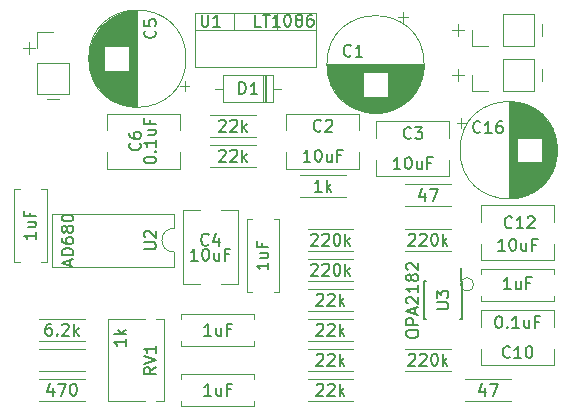
<source format=gbr>
G04 #@! TF.GenerationSoftware,KiCad,Pcbnew,(5.1.5)-3*
G04 #@! TF.CreationDate,2021-03-29T22:58:55-05:00*
G04 #@! TF.ProjectId,Sable_Bias_Voltage,5361626c-655f-4426-9961-735f566f6c74,rev?*
G04 #@! TF.SameCoordinates,Original*
G04 #@! TF.FileFunction,Legend,Top*
G04 #@! TF.FilePolarity,Positive*
%FSLAX46Y46*%
G04 Gerber Fmt 4.6, Leading zero omitted, Abs format (unit mm)*
G04 Created by KiCad (PCBNEW (5.1.5)-3) date 2021-03-29 22:58:55*
%MOMM*%
%LPD*%
G04 APERTURE LIST*
%ADD10C,0.120000*%
%ADD11C,0.150000*%
G04 APERTURE END LIST*
D10*
X168969961Y-109160039D02*
G75*
G03X168969961Y-109160039I-567961J0D01*
G01*
X130810000Y-89154000D02*
X131826000Y-89154000D01*
X131318000Y-88646000D02*
X131318000Y-89662000D01*
X132842000Y-93472000D02*
X133858000Y-93472000D01*
X174752000Y-90932000D02*
X174752000Y-91948000D01*
X174752000Y-87122000D02*
X174752000Y-88138000D01*
X167132000Y-91440000D02*
X168148000Y-91440000D01*
X167640000Y-90932000D02*
X167640000Y-91948000D01*
X167132000Y-87630000D02*
X168148000Y-87630000D01*
X167640000Y-87122000D02*
X167640000Y-88138000D01*
D11*
X167995000Y-108865000D02*
X167870000Y-108865000D01*
X167995000Y-112115000D02*
X167770000Y-112115000D01*
X164745000Y-112115000D02*
X164970000Y-112115000D01*
X164745000Y-108865000D02*
X164970000Y-108865000D01*
X167995000Y-108865000D02*
X167995000Y-112115000D01*
X164745000Y-108865000D02*
X164745000Y-112115000D01*
X167870000Y-108865000D02*
X167870000Y-107790000D01*
D10*
X163370000Y-86513302D02*
X162570000Y-86513302D01*
X162970000Y-86113302D02*
X162970000Y-86913302D01*
X161188000Y-94604000D02*
X160122000Y-94604000D01*
X161423000Y-94564000D02*
X159887000Y-94564000D01*
X161603000Y-94524000D02*
X159707000Y-94524000D01*
X161753000Y-94484000D02*
X159557000Y-94484000D01*
X161884000Y-94444000D02*
X159426000Y-94444000D01*
X162001000Y-94404000D02*
X159309000Y-94404000D01*
X162108000Y-94364000D02*
X159202000Y-94364000D01*
X162207000Y-94324000D02*
X159103000Y-94324000D01*
X162300000Y-94284000D02*
X159010000Y-94284000D01*
X162386000Y-94244000D02*
X158924000Y-94244000D01*
X162468000Y-94204000D02*
X158842000Y-94204000D01*
X162545000Y-94164000D02*
X158765000Y-94164000D01*
X162619000Y-94124000D02*
X158691000Y-94124000D01*
X162689000Y-94084000D02*
X158621000Y-94084000D01*
X162757000Y-94044000D02*
X158553000Y-94044000D01*
X162821000Y-94004000D02*
X158489000Y-94004000D01*
X162883000Y-93964000D02*
X158427000Y-93964000D01*
X162942000Y-93924000D02*
X158368000Y-93924000D01*
X163000000Y-93884000D02*
X158310000Y-93884000D01*
X163055000Y-93844000D02*
X158255000Y-93844000D01*
X163109000Y-93804000D02*
X158201000Y-93804000D01*
X163160000Y-93764000D02*
X158150000Y-93764000D01*
X163211000Y-93724000D02*
X158099000Y-93724000D01*
X163259000Y-93684000D02*
X158051000Y-93684000D01*
X163306000Y-93644000D02*
X158004000Y-93644000D01*
X163352000Y-93604000D02*
X157958000Y-93604000D01*
X163396000Y-93564000D02*
X157914000Y-93564000D01*
X163439000Y-93524000D02*
X157871000Y-93524000D01*
X163481000Y-93484000D02*
X157829000Y-93484000D01*
X163522000Y-93444000D02*
X157788000Y-93444000D01*
X163562000Y-93404000D02*
X157748000Y-93404000D01*
X163600000Y-93364000D02*
X157710000Y-93364000D01*
X163638000Y-93324000D02*
X157672000Y-93324000D01*
X159615000Y-93284000D02*
X157636000Y-93284000D01*
X163674000Y-93284000D02*
X161695000Y-93284000D01*
X159615000Y-93244000D02*
X157600000Y-93244000D01*
X163710000Y-93244000D02*
X161695000Y-93244000D01*
X159615000Y-93204000D02*
X157565000Y-93204000D01*
X163745000Y-93204000D02*
X161695000Y-93204000D01*
X159615000Y-93164000D02*
X157531000Y-93164000D01*
X163779000Y-93164000D02*
X161695000Y-93164000D01*
X159615000Y-93124000D02*
X157499000Y-93124000D01*
X163811000Y-93124000D02*
X161695000Y-93124000D01*
X159615000Y-93084000D02*
X157466000Y-93084000D01*
X163844000Y-93084000D02*
X161695000Y-93084000D01*
X159615000Y-93044000D02*
X157435000Y-93044000D01*
X163875000Y-93044000D02*
X161695000Y-93044000D01*
X159615000Y-93004000D02*
X157405000Y-93004000D01*
X163905000Y-93004000D02*
X161695000Y-93004000D01*
X159615000Y-92964000D02*
X157375000Y-92964000D01*
X163935000Y-92964000D02*
X161695000Y-92964000D01*
X159615000Y-92924000D02*
X157346000Y-92924000D01*
X163964000Y-92924000D02*
X161695000Y-92924000D01*
X159615000Y-92884000D02*
X157317000Y-92884000D01*
X163993000Y-92884000D02*
X161695000Y-92884000D01*
X159615000Y-92844000D02*
X157290000Y-92844000D01*
X164020000Y-92844000D02*
X161695000Y-92844000D01*
X159615000Y-92804000D02*
X157263000Y-92804000D01*
X164047000Y-92804000D02*
X161695000Y-92804000D01*
X159615000Y-92764000D02*
X157237000Y-92764000D01*
X164073000Y-92764000D02*
X161695000Y-92764000D01*
X159615000Y-92724000D02*
X157211000Y-92724000D01*
X164099000Y-92724000D02*
X161695000Y-92724000D01*
X159615000Y-92684000D02*
X157186000Y-92684000D01*
X164124000Y-92684000D02*
X161695000Y-92684000D01*
X159615000Y-92644000D02*
X157162000Y-92644000D01*
X164148000Y-92644000D02*
X161695000Y-92644000D01*
X159615000Y-92604000D02*
X157138000Y-92604000D01*
X164172000Y-92604000D02*
X161695000Y-92604000D01*
X159615000Y-92564000D02*
X157115000Y-92564000D01*
X164195000Y-92564000D02*
X161695000Y-92564000D01*
X159615000Y-92524000D02*
X157093000Y-92524000D01*
X164217000Y-92524000D02*
X161695000Y-92524000D01*
X159615000Y-92484000D02*
X157071000Y-92484000D01*
X164239000Y-92484000D02*
X161695000Y-92484000D01*
X159615000Y-92444000D02*
X157049000Y-92444000D01*
X164261000Y-92444000D02*
X161695000Y-92444000D01*
X159615000Y-92404000D02*
X157028000Y-92404000D01*
X164282000Y-92404000D02*
X161695000Y-92404000D01*
X159615000Y-92364000D02*
X157008000Y-92364000D01*
X164302000Y-92364000D02*
X161695000Y-92364000D01*
X159615000Y-92324000D02*
X156989000Y-92324000D01*
X164321000Y-92324000D02*
X161695000Y-92324000D01*
X159615000Y-92284000D02*
X156969000Y-92284000D01*
X164341000Y-92284000D02*
X161695000Y-92284000D01*
X159615000Y-92244000D02*
X156951000Y-92244000D01*
X164359000Y-92244000D02*
X161695000Y-92244000D01*
X159615000Y-92204000D02*
X156933000Y-92204000D01*
X164377000Y-92204000D02*
X161695000Y-92204000D01*
X159615000Y-92164000D02*
X156915000Y-92164000D01*
X164395000Y-92164000D02*
X161695000Y-92164000D01*
X159615000Y-92124000D02*
X156898000Y-92124000D01*
X164412000Y-92124000D02*
X161695000Y-92124000D01*
X159615000Y-92084000D02*
X156881000Y-92084000D01*
X164429000Y-92084000D02*
X161695000Y-92084000D01*
X159615000Y-92044000D02*
X156865000Y-92044000D01*
X164445000Y-92044000D02*
X161695000Y-92044000D01*
X159615000Y-92004000D02*
X156850000Y-92004000D01*
X164460000Y-92004000D02*
X161695000Y-92004000D01*
X159615000Y-91964000D02*
X156834000Y-91964000D01*
X164476000Y-91964000D02*
X161695000Y-91964000D01*
X159615000Y-91924000D02*
X156820000Y-91924000D01*
X164490000Y-91924000D02*
X161695000Y-91924000D01*
X159615000Y-91884000D02*
X156805000Y-91884000D01*
X164505000Y-91884000D02*
X161695000Y-91884000D01*
X159615000Y-91844000D02*
X156792000Y-91844000D01*
X164518000Y-91844000D02*
X161695000Y-91844000D01*
X159615000Y-91804000D02*
X156778000Y-91804000D01*
X164532000Y-91804000D02*
X161695000Y-91804000D01*
X159615000Y-91764000D02*
X156766000Y-91764000D01*
X164544000Y-91764000D02*
X161695000Y-91764000D01*
X159615000Y-91724000D02*
X156753000Y-91724000D01*
X164557000Y-91724000D02*
X161695000Y-91724000D01*
X159615000Y-91684000D02*
X156741000Y-91684000D01*
X164569000Y-91684000D02*
X161695000Y-91684000D01*
X159615000Y-91644000D02*
X156730000Y-91644000D01*
X164580000Y-91644000D02*
X161695000Y-91644000D01*
X159615000Y-91604000D02*
X156719000Y-91604000D01*
X164591000Y-91604000D02*
X161695000Y-91604000D01*
X159615000Y-91564000D02*
X156708000Y-91564000D01*
X164602000Y-91564000D02*
X161695000Y-91564000D01*
X159615000Y-91524000D02*
X156698000Y-91524000D01*
X164612000Y-91524000D02*
X161695000Y-91524000D01*
X159615000Y-91484000D02*
X156688000Y-91484000D01*
X164622000Y-91484000D02*
X161695000Y-91484000D01*
X159615000Y-91444000D02*
X156679000Y-91444000D01*
X164631000Y-91444000D02*
X161695000Y-91444000D01*
X159615000Y-91404000D02*
X156670000Y-91404000D01*
X164640000Y-91404000D02*
X161695000Y-91404000D01*
X159615000Y-91364000D02*
X156661000Y-91364000D01*
X164649000Y-91364000D02*
X161695000Y-91364000D01*
X159615000Y-91324000D02*
X156653000Y-91324000D01*
X164657000Y-91324000D02*
X161695000Y-91324000D01*
X159615000Y-91284000D02*
X156645000Y-91284000D01*
X164665000Y-91284000D02*
X161695000Y-91284000D01*
X159615000Y-91244000D02*
X156638000Y-91244000D01*
X164672000Y-91244000D02*
X161695000Y-91244000D01*
X164679000Y-91203000D02*
X156631000Y-91203000D01*
X164685000Y-91163000D02*
X156625000Y-91163000D01*
X164692000Y-91123000D02*
X156618000Y-91123000D01*
X164697000Y-91083000D02*
X156613000Y-91083000D01*
X164703000Y-91043000D02*
X156607000Y-91043000D01*
X164707000Y-91003000D02*
X156603000Y-91003000D01*
X164712000Y-90963000D02*
X156598000Y-90963000D01*
X164716000Y-90923000D02*
X156594000Y-90923000D01*
X164720000Y-90883000D02*
X156590000Y-90883000D01*
X164723000Y-90843000D02*
X156587000Y-90843000D01*
X164726000Y-90803000D02*
X156584000Y-90803000D01*
X164729000Y-90763000D02*
X156581000Y-90763000D01*
X164731000Y-90723000D02*
X156579000Y-90723000D01*
X164732000Y-90683000D02*
X156578000Y-90683000D01*
X164734000Y-90643000D02*
X156576000Y-90643000D01*
X164735000Y-90603000D02*
X156575000Y-90603000D01*
X164735000Y-90563000D02*
X156575000Y-90563000D01*
X164735000Y-90523000D02*
X156575000Y-90523000D01*
X164775000Y-90523000D02*
G75*
G03X164775000Y-90523000I-4120000J0D01*
G01*
X159290000Y-97953000D02*
X159290000Y-99349000D01*
X159290000Y-94707000D02*
X159290000Y-96103000D01*
X153050000Y-97953000D02*
X153050000Y-99349000D01*
X153050000Y-94707000D02*
X153050000Y-96103000D01*
X153050000Y-99349000D02*
X159290000Y-99349000D01*
X153050000Y-94707000D02*
X159290000Y-94707000D01*
X166910000Y-98588000D02*
X166910000Y-99984000D01*
X166910000Y-95342000D02*
X166910000Y-96738000D01*
X160670000Y-98588000D02*
X160670000Y-99984000D01*
X160670000Y-95342000D02*
X160670000Y-96738000D01*
X160670000Y-99984000D02*
X166910000Y-99984000D01*
X160670000Y-95342000D02*
X166910000Y-95342000D01*
X149006000Y-102885000D02*
X149006000Y-109125000D01*
X144364000Y-102885000D02*
X144364000Y-109125000D01*
X149006000Y-102885000D02*
X147610000Y-102885000D01*
X145760000Y-102885000D02*
X144364000Y-102885000D01*
X149006000Y-109125000D02*
X147610000Y-109125000D01*
X145760000Y-109125000D02*
X144364000Y-109125000D01*
X144610000Y-90043000D02*
G75*
G03X144610000Y-90043000I-4120000J0D01*
G01*
X140490000Y-94123000D02*
X140490000Y-85963000D01*
X140450000Y-94123000D02*
X140450000Y-85963000D01*
X140410000Y-94123000D02*
X140410000Y-85963000D01*
X140370000Y-94122000D02*
X140370000Y-85964000D01*
X140330000Y-94120000D02*
X140330000Y-85966000D01*
X140290000Y-94119000D02*
X140290000Y-85967000D01*
X140250000Y-94117000D02*
X140250000Y-85969000D01*
X140210000Y-94114000D02*
X140210000Y-85972000D01*
X140170000Y-94111000D02*
X140170000Y-85975000D01*
X140130000Y-94108000D02*
X140130000Y-85978000D01*
X140090000Y-94104000D02*
X140090000Y-85982000D01*
X140050000Y-94100000D02*
X140050000Y-85986000D01*
X140010000Y-94095000D02*
X140010000Y-85991000D01*
X139970000Y-94091000D02*
X139970000Y-85995000D01*
X139930000Y-94085000D02*
X139930000Y-86001000D01*
X139890000Y-94080000D02*
X139890000Y-86006000D01*
X139850000Y-94073000D02*
X139850000Y-86013000D01*
X139810000Y-94067000D02*
X139810000Y-86019000D01*
X139769000Y-94060000D02*
X139769000Y-91083000D01*
X139769000Y-89003000D02*
X139769000Y-86026000D01*
X139729000Y-94053000D02*
X139729000Y-91083000D01*
X139729000Y-89003000D02*
X139729000Y-86033000D01*
X139689000Y-94045000D02*
X139689000Y-91083000D01*
X139689000Y-89003000D02*
X139689000Y-86041000D01*
X139649000Y-94037000D02*
X139649000Y-91083000D01*
X139649000Y-89003000D02*
X139649000Y-86049000D01*
X139609000Y-94028000D02*
X139609000Y-91083000D01*
X139609000Y-89003000D02*
X139609000Y-86058000D01*
X139569000Y-94019000D02*
X139569000Y-91083000D01*
X139569000Y-89003000D02*
X139569000Y-86067000D01*
X139529000Y-94010000D02*
X139529000Y-91083000D01*
X139529000Y-89003000D02*
X139529000Y-86076000D01*
X139489000Y-94000000D02*
X139489000Y-91083000D01*
X139489000Y-89003000D02*
X139489000Y-86086000D01*
X139449000Y-93990000D02*
X139449000Y-91083000D01*
X139449000Y-89003000D02*
X139449000Y-86096000D01*
X139409000Y-93979000D02*
X139409000Y-91083000D01*
X139409000Y-89003000D02*
X139409000Y-86107000D01*
X139369000Y-93968000D02*
X139369000Y-91083000D01*
X139369000Y-89003000D02*
X139369000Y-86118000D01*
X139329000Y-93957000D02*
X139329000Y-91083000D01*
X139329000Y-89003000D02*
X139329000Y-86129000D01*
X139289000Y-93945000D02*
X139289000Y-91083000D01*
X139289000Y-89003000D02*
X139289000Y-86141000D01*
X139249000Y-93932000D02*
X139249000Y-91083000D01*
X139249000Y-89003000D02*
X139249000Y-86154000D01*
X139209000Y-93920000D02*
X139209000Y-91083000D01*
X139209000Y-89003000D02*
X139209000Y-86166000D01*
X139169000Y-93906000D02*
X139169000Y-91083000D01*
X139169000Y-89003000D02*
X139169000Y-86180000D01*
X139129000Y-93893000D02*
X139129000Y-91083000D01*
X139129000Y-89003000D02*
X139129000Y-86193000D01*
X139089000Y-93878000D02*
X139089000Y-91083000D01*
X139089000Y-89003000D02*
X139089000Y-86208000D01*
X139049000Y-93864000D02*
X139049000Y-91083000D01*
X139049000Y-89003000D02*
X139049000Y-86222000D01*
X139009000Y-93848000D02*
X139009000Y-91083000D01*
X139009000Y-89003000D02*
X139009000Y-86238000D01*
X138969000Y-93833000D02*
X138969000Y-91083000D01*
X138969000Y-89003000D02*
X138969000Y-86253000D01*
X138929000Y-93817000D02*
X138929000Y-91083000D01*
X138929000Y-89003000D02*
X138929000Y-86269000D01*
X138889000Y-93800000D02*
X138889000Y-91083000D01*
X138889000Y-89003000D02*
X138889000Y-86286000D01*
X138849000Y-93783000D02*
X138849000Y-91083000D01*
X138849000Y-89003000D02*
X138849000Y-86303000D01*
X138809000Y-93765000D02*
X138809000Y-91083000D01*
X138809000Y-89003000D02*
X138809000Y-86321000D01*
X138769000Y-93747000D02*
X138769000Y-91083000D01*
X138769000Y-89003000D02*
X138769000Y-86339000D01*
X138729000Y-93729000D02*
X138729000Y-91083000D01*
X138729000Y-89003000D02*
X138729000Y-86357000D01*
X138689000Y-93709000D02*
X138689000Y-91083000D01*
X138689000Y-89003000D02*
X138689000Y-86377000D01*
X138649000Y-93690000D02*
X138649000Y-91083000D01*
X138649000Y-89003000D02*
X138649000Y-86396000D01*
X138609000Y-93670000D02*
X138609000Y-91083000D01*
X138609000Y-89003000D02*
X138609000Y-86416000D01*
X138569000Y-93649000D02*
X138569000Y-91083000D01*
X138569000Y-89003000D02*
X138569000Y-86437000D01*
X138529000Y-93627000D02*
X138529000Y-91083000D01*
X138529000Y-89003000D02*
X138529000Y-86459000D01*
X138489000Y-93605000D02*
X138489000Y-91083000D01*
X138489000Y-89003000D02*
X138489000Y-86481000D01*
X138449000Y-93583000D02*
X138449000Y-91083000D01*
X138449000Y-89003000D02*
X138449000Y-86503000D01*
X138409000Y-93560000D02*
X138409000Y-91083000D01*
X138409000Y-89003000D02*
X138409000Y-86526000D01*
X138369000Y-93536000D02*
X138369000Y-91083000D01*
X138369000Y-89003000D02*
X138369000Y-86550000D01*
X138329000Y-93512000D02*
X138329000Y-91083000D01*
X138329000Y-89003000D02*
X138329000Y-86574000D01*
X138289000Y-93487000D02*
X138289000Y-91083000D01*
X138289000Y-89003000D02*
X138289000Y-86599000D01*
X138249000Y-93461000D02*
X138249000Y-91083000D01*
X138249000Y-89003000D02*
X138249000Y-86625000D01*
X138209000Y-93435000D02*
X138209000Y-91083000D01*
X138209000Y-89003000D02*
X138209000Y-86651000D01*
X138169000Y-93408000D02*
X138169000Y-91083000D01*
X138169000Y-89003000D02*
X138169000Y-86678000D01*
X138129000Y-93381000D02*
X138129000Y-91083000D01*
X138129000Y-89003000D02*
X138129000Y-86705000D01*
X138089000Y-93352000D02*
X138089000Y-91083000D01*
X138089000Y-89003000D02*
X138089000Y-86734000D01*
X138049000Y-93323000D02*
X138049000Y-91083000D01*
X138049000Y-89003000D02*
X138049000Y-86763000D01*
X138009000Y-93293000D02*
X138009000Y-91083000D01*
X138009000Y-89003000D02*
X138009000Y-86793000D01*
X137969000Y-93263000D02*
X137969000Y-91083000D01*
X137969000Y-89003000D02*
X137969000Y-86823000D01*
X137929000Y-93232000D02*
X137929000Y-91083000D01*
X137929000Y-89003000D02*
X137929000Y-86854000D01*
X137889000Y-93199000D02*
X137889000Y-91083000D01*
X137889000Y-89003000D02*
X137889000Y-86887000D01*
X137849000Y-93167000D02*
X137849000Y-91083000D01*
X137849000Y-89003000D02*
X137849000Y-86919000D01*
X137809000Y-93133000D02*
X137809000Y-91083000D01*
X137809000Y-89003000D02*
X137809000Y-86953000D01*
X137769000Y-93098000D02*
X137769000Y-91083000D01*
X137769000Y-89003000D02*
X137769000Y-86988000D01*
X137729000Y-93062000D02*
X137729000Y-91083000D01*
X137729000Y-89003000D02*
X137729000Y-87024000D01*
X137689000Y-93026000D02*
X137689000Y-87060000D01*
X137649000Y-92988000D02*
X137649000Y-87098000D01*
X137609000Y-92950000D02*
X137609000Y-87136000D01*
X137569000Y-92910000D02*
X137569000Y-87176000D01*
X137529000Y-92869000D02*
X137529000Y-87217000D01*
X137489000Y-92827000D02*
X137489000Y-87259000D01*
X137449000Y-92784000D02*
X137449000Y-87302000D01*
X137409000Y-92740000D02*
X137409000Y-87346000D01*
X137369000Y-92694000D02*
X137369000Y-87392000D01*
X137329000Y-92647000D02*
X137329000Y-87439000D01*
X137289000Y-92599000D02*
X137289000Y-87487000D01*
X137249000Y-92548000D02*
X137249000Y-87538000D01*
X137209000Y-92497000D02*
X137209000Y-87589000D01*
X137169000Y-92443000D02*
X137169000Y-87643000D01*
X137129000Y-92388000D02*
X137129000Y-87698000D01*
X137089000Y-92330000D02*
X137089000Y-87756000D01*
X137049000Y-92271000D02*
X137049000Y-87815000D01*
X137009000Y-92209000D02*
X137009000Y-87877000D01*
X136969000Y-92145000D02*
X136969000Y-87941000D01*
X136929000Y-92077000D02*
X136929000Y-88009000D01*
X136889000Y-92007000D02*
X136889000Y-88079000D01*
X136849000Y-91933000D02*
X136849000Y-88153000D01*
X136809000Y-91856000D02*
X136809000Y-88230000D01*
X136769000Y-91774000D02*
X136769000Y-88312000D01*
X136729000Y-91688000D02*
X136729000Y-88398000D01*
X136689000Y-91595000D02*
X136689000Y-88491000D01*
X136649000Y-91496000D02*
X136649000Y-88590000D01*
X136609000Y-91389000D02*
X136609000Y-88697000D01*
X136569000Y-91272000D02*
X136569000Y-88814000D01*
X136529000Y-91141000D02*
X136529000Y-88945000D01*
X136489000Y-90991000D02*
X136489000Y-89095000D01*
X136449000Y-90811000D02*
X136449000Y-89275000D01*
X136409000Y-90576000D02*
X136409000Y-89510000D01*
X144899698Y-92358000D02*
X144099698Y-92358000D01*
X144499698Y-92758000D02*
X144499698Y-91958000D01*
X144130000Y-99349000D02*
X137890000Y-99349000D01*
X144130000Y-94707000D02*
X137890000Y-94707000D01*
X144130000Y-99349000D02*
X144130000Y-97953000D01*
X144130000Y-96103000D02*
X144130000Y-94707000D01*
X137890000Y-99349000D02*
X137890000Y-97953000D01*
X137890000Y-96103000D02*
X137890000Y-94707000D01*
X132370000Y-101060000D02*
X132815000Y-101060000D01*
X130075000Y-101060000D02*
X130520000Y-101060000D01*
X132370000Y-107300000D02*
X132815000Y-107300000D01*
X130075000Y-107300000D02*
X130520000Y-107300000D01*
X132815000Y-107300000D02*
X132815000Y-101060000D01*
X130075000Y-107300000D02*
X130075000Y-101060000D01*
X144160000Y-111660000D02*
X150400000Y-111660000D01*
X144160000Y-114400000D02*
X150400000Y-114400000D01*
X144160000Y-111660000D02*
X144160000Y-112105000D01*
X144160000Y-113955000D02*
X144160000Y-114400000D01*
X150400000Y-111660000D02*
X150400000Y-112105000D01*
X150400000Y-113955000D02*
X150400000Y-114400000D01*
X150400000Y-119035000D02*
X150400000Y-119480000D01*
X150400000Y-116740000D02*
X150400000Y-117185000D01*
X144160000Y-119035000D02*
X144160000Y-119480000D01*
X144160000Y-116740000D02*
X144160000Y-117185000D01*
X144160000Y-119480000D02*
X150400000Y-119480000D01*
X144160000Y-116740000D02*
X150400000Y-116740000D01*
X175800000Y-114590000D02*
X175800000Y-115986000D01*
X175800000Y-111344000D02*
X175800000Y-112740000D01*
X169560000Y-114590000D02*
X169560000Y-115986000D01*
X169560000Y-111344000D02*
X169560000Y-112740000D01*
X169560000Y-115986000D02*
X175800000Y-115986000D01*
X169560000Y-111344000D02*
X175800000Y-111344000D01*
X169560000Y-107850000D02*
X175800000Y-107850000D01*
X169560000Y-110590000D02*
X175800000Y-110590000D01*
X169560000Y-107850000D02*
X169560000Y-108295000D01*
X169560000Y-110145000D02*
X169560000Y-110590000D01*
X175800000Y-107850000D02*
X175800000Y-108295000D01*
X175800000Y-110145000D02*
X175800000Y-110590000D01*
X169560000Y-102454000D02*
X175800000Y-102454000D01*
X169560000Y-107096000D02*
X175800000Y-107096000D01*
X169560000Y-102454000D02*
X169560000Y-103850000D01*
X169560000Y-105700000D02*
X169560000Y-107096000D01*
X175800000Y-102454000D02*
X175800000Y-103850000D01*
X175800000Y-105700000D02*
X175800000Y-107096000D01*
X176050000Y-97790000D02*
G75*
G03X176050000Y-97790000I-4120000J0D01*
G01*
X171930000Y-93710000D02*
X171930000Y-101870000D01*
X171970000Y-93710000D02*
X171970000Y-101870000D01*
X172010000Y-93710000D02*
X172010000Y-101870000D01*
X172050000Y-93711000D02*
X172050000Y-101869000D01*
X172090000Y-93713000D02*
X172090000Y-101867000D01*
X172130000Y-93714000D02*
X172130000Y-101866000D01*
X172170000Y-93716000D02*
X172170000Y-101864000D01*
X172210000Y-93719000D02*
X172210000Y-101861000D01*
X172250000Y-93722000D02*
X172250000Y-101858000D01*
X172290000Y-93725000D02*
X172290000Y-101855000D01*
X172330000Y-93729000D02*
X172330000Y-101851000D01*
X172370000Y-93733000D02*
X172370000Y-101847000D01*
X172410000Y-93738000D02*
X172410000Y-101842000D01*
X172450000Y-93742000D02*
X172450000Y-101838000D01*
X172490000Y-93748000D02*
X172490000Y-101832000D01*
X172530000Y-93753000D02*
X172530000Y-101827000D01*
X172570000Y-93760000D02*
X172570000Y-101820000D01*
X172610000Y-93766000D02*
X172610000Y-101814000D01*
X172651000Y-93773000D02*
X172651000Y-96750000D01*
X172651000Y-98830000D02*
X172651000Y-101807000D01*
X172691000Y-93780000D02*
X172691000Y-96750000D01*
X172691000Y-98830000D02*
X172691000Y-101800000D01*
X172731000Y-93788000D02*
X172731000Y-96750000D01*
X172731000Y-98830000D02*
X172731000Y-101792000D01*
X172771000Y-93796000D02*
X172771000Y-96750000D01*
X172771000Y-98830000D02*
X172771000Y-101784000D01*
X172811000Y-93805000D02*
X172811000Y-96750000D01*
X172811000Y-98830000D02*
X172811000Y-101775000D01*
X172851000Y-93814000D02*
X172851000Y-96750000D01*
X172851000Y-98830000D02*
X172851000Y-101766000D01*
X172891000Y-93823000D02*
X172891000Y-96750000D01*
X172891000Y-98830000D02*
X172891000Y-101757000D01*
X172931000Y-93833000D02*
X172931000Y-96750000D01*
X172931000Y-98830000D02*
X172931000Y-101747000D01*
X172971000Y-93843000D02*
X172971000Y-96750000D01*
X172971000Y-98830000D02*
X172971000Y-101737000D01*
X173011000Y-93854000D02*
X173011000Y-96750000D01*
X173011000Y-98830000D02*
X173011000Y-101726000D01*
X173051000Y-93865000D02*
X173051000Y-96750000D01*
X173051000Y-98830000D02*
X173051000Y-101715000D01*
X173091000Y-93876000D02*
X173091000Y-96750000D01*
X173091000Y-98830000D02*
X173091000Y-101704000D01*
X173131000Y-93888000D02*
X173131000Y-96750000D01*
X173131000Y-98830000D02*
X173131000Y-101692000D01*
X173171000Y-93901000D02*
X173171000Y-96750000D01*
X173171000Y-98830000D02*
X173171000Y-101679000D01*
X173211000Y-93913000D02*
X173211000Y-96750000D01*
X173211000Y-98830000D02*
X173211000Y-101667000D01*
X173251000Y-93927000D02*
X173251000Y-96750000D01*
X173251000Y-98830000D02*
X173251000Y-101653000D01*
X173291000Y-93940000D02*
X173291000Y-96750000D01*
X173291000Y-98830000D02*
X173291000Y-101640000D01*
X173331000Y-93955000D02*
X173331000Y-96750000D01*
X173331000Y-98830000D02*
X173331000Y-101625000D01*
X173371000Y-93969000D02*
X173371000Y-96750000D01*
X173371000Y-98830000D02*
X173371000Y-101611000D01*
X173411000Y-93985000D02*
X173411000Y-96750000D01*
X173411000Y-98830000D02*
X173411000Y-101595000D01*
X173451000Y-94000000D02*
X173451000Y-96750000D01*
X173451000Y-98830000D02*
X173451000Y-101580000D01*
X173491000Y-94016000D02*
X173491000Y-96750000D01*
X173491000Y-98830000D02*
X173491000Y-101564000D01*
X173531000Y-94033000D02*
X173531000Y-96750000D01*
X173531000Y-98830000D02*
X173531000Y-101547000D01*
X173571000Y-94050000D02*
X173571000Y-96750000D01*
X173571000Y-98830000D02*
X173571000Y-101530000D01*
X173611000Y-94068000D02*
X173611000Y-96750000D01*
X173611000Y-98830000D02*
X173611000Y-101512000D01*
X173651000Y-94086000D02*
X173651000Y-96750000D01*
X173651000Y-98830000D02*
X173651000Y-101494000D01*
X173691000Y-94104000D02*
X173691000Y-96750000D01*
X173691000Y-98830000D02*
X173691000Y-101476000D01*
X173731000Y-94124000D02*
X173731000Y-96750000D01*
X173731000Y-98830000D02*
X173731000Y-101456000D01*
X173771000Y-94143000D02*
X173771000Y-96750000D01*
X173771000Y-98830000D02*
X173771000Y-101437000D01*
X173811000Y-94163000D02*
X173811000Y-96750000D01*
X173811000Y-98830000D02*
X173811000Y-101417000D01*
X173851000Y-94184000D02*
X173851000Y-96750000D01*
X173851000Y-98830000D02*
X173851000Y-101396000D01*
X173891000Y-94206000D02*
X173891000Y-96750000D01*
X173891000Y-98830000D02*
X173891000Y-101374000D01*
X173931000Y-94228000D02*
X173931000Y-96750000D01*
X173931000Y-98830000D02*
X173931000Y-101352000D01*
X173971000Y-94250000D02*
X173971000Y-96750000D01*
X173971000Y-98830000D02*
X173971000Y-101330000D01*
X174011000Y-94273000D02*
X174011000Y-96750000D01*
X174011000Y-98830000D02*
X174011000Y-101307000D01*
X174051000Y-94297000D02*
X174051000Y-96750000D01*
X174051000Y-98830000D02*
X174051000Y-101283000D01*
X174091000Y-94321000D02*
X174091000Y-96750000D01*
X174091000Y-98830000D02*
X174091000Y-101259000D01*
X174131000Y-94346000D02*
X174131000Y-96750000D01*
X174131000Y-98830000D02*
X174131000Y-101234000D01*
X174171000Y-94372000D02*
X174171000Y-96750000D01*
X174171000Y-98830000D02*
X174171000Y-101208000D01*
X174211000Y-94398000D02*
X174211000Y-96750000D01*
X174211000Y-98830000D02*
X174211000Y-101182000D01*
X174251000Y-94425000D02*
X174251000Y-96750000D01*
X174251000Y-98830000D02*
X174251000Y-101155000D01*
X174291000Y-94452000D02*
X174291000Y-96750000D01*
X174291000Y-98830000D02*
X174291000Y-101128000D01*
X174331000Y-94481000D02*
X174331000Y-96750000D01*
X174331000Y-98830000D02*
X174331000Y-101099000D01*
X174371000Y-94510000D02*
X174371000Y-96750000D01*
X174371000Y-98830000D02*
X174371000Y-101070000D01*
X174411000Y-94540000D02*
X174411000Y-96750000D01*
X174411000Y-98830000D02*
X174411000Y-101040000D01*
X174451000Y-94570000D02*
X174451000Y-96750000D01*
X174451000Y-98830000D02*
X174451000Y-101010000D01*
X174491000Y-94601000D02*
X174491000Y-96750000D01*
X174491000Y-98830000D02*
X174491000Y-100979000D01*
X174531000Y-94634000D02*
X174531000Y-96750000D01*
X174531000Y-98830000D02*
X174531000Y-100946000D01*
X174571000Y-94666000D02*
X174571000Y-96750000D01*
X174571000Y-98830000D02*
X174571000Y-100914000D01*
X174611000Y-94700000D02*
X174611000Y-96750000D01*
X174611000Y-98830000D02*
X174611000Y-100880000D01*
X174651000Y-94735000D02*
X174651000Y-96750000D01*
X174651000Y-98830000D02*
X174651000Y-100845000D01*
X174691000Y-94771000D02*
X174691000Y-96750000D01*
X174691000Y-98830000D02*
X174691000Y-100809000D01*
X174731000Y-94807000D02*
X174731000Y-100773000D01*
X174771000Y-94845000D02*
X174771000Y-100735000D01*
X174811000Y-94883000D02*
X174811000Y-100697000D01*
X174851000Y-94923000D02*
X174851000Y-100657000D01*
X174891000Y-94964000D02*
X174891000Y-100616000D01*
X174931000Y-95006000D02*
X174931000Y-100574000D01*
X174971000Y-95049000D02*
X174971000Y-100531000D01*
X175011000Y-95093000D02*
X175011000Y-100487000D01*
X175051000Y-95139000D02*
X175051000Y-100441000D01*
X175091000Y-95186000D02*
X175091000Y-100394000D01*
X175131000Y-95234000D02*
X175131000Y-100346000D01*
X175171000Y-95285000D02*
X175171000Y-100295000D01*
X175211000Y-95336000D02*
X175211000Y-100244000D01*
X175251000Y-95390000D02*
X175251000Y-100190000D01*
X175291000Y-95445000D02*
X175291000Y-100135000D01*
X175331000Y-95503000D02*
X175331000Y-100077000D01*
X175371000Y-95562000D02*
X175371000Y-100018000D01*
X175411000Y-95624000D02*
X175411000Y-99956000D01*
X175451000Y-95688000D02*
X175451000Y-99892000D01*
X175491000Y-95756000D02*
X175491000Y-99824000D01*
X175531000Y-95826000D02*
X175531000Y-99754000D01*
X175571000Y-95900000D02*
X175571000Y-99680000D01*
X175611000Y-95977000D02*
X175611000Y-99603000D01*
X175651000Y-96059000D02*
X175651000Y-99521000D01*
X175691000Y-96145000D02*
X175691000Y-99435000D01*
X175731000Y-96238000D02*
X175731000Y-99342000D01*
X175771000Y-96337000D02*
X175771000Y-99243000D01*
X175811000Y-96444000D02*
X175811000Y-99136000D01*
X175851000Y-96561000D02*
X175851000Y-99019000D01*
X175891000Y-96692000D02*
X175891000Y-98888000D01*
X175931000Y-96842000D02*
X175931000Y-98738000D01*
X175971000Y-97022000D02*
X175971000Y-98558000D01*
X176011000Y-97257000D02*
X176011000Y-98323000D01*
X167520302Y-95475000D02*
X168320302Y-95475000D01*
X167920302Y-95075000D02*
X167920302Y-95875000D01*
X151980000Y-93703000D02*
X151980000Y-91463000D01*
X151980000Y-91463000D02*
X147740000Y-91463000D01*
X147740000Y-91463000D02*
X147740000Y-93703000D01*
X147740000Y-93703000D02*
X151980000Y-93703000D01*
X152630000Y-92583000D02*
X151980000Y-92583000D01*
X147090000Y-92583000D02*
X147740000Y-92583000D01*
X151260000Y-93703000D02*
X151260000Y-91463000D01*
X151140000Y-93703000D02*
X151140000Y-91463000D01*
X151380000Y-93703000D02*
X151380000Y-91463000D01*
X132020000Y-93024000D02*
X134680000Y-93024000D01*
X132020000Y-90424000D02*
X132020000Y-93024000D01*
X134680000Y-90424000D02*
X134680000Y-93024000D01*
X132020000Y-90424000D02*
X134680000Y-90424000D01*
X132020000Y-89154000D02*
X132020000Y-87824000D01*
X132020000Y-87824000D02*
X133350000Y-87824000D01*
X146670000Y-96678000D02*
X150510000Y-96678000D01*
X146670000Y-94838000D02*
X150510000Y-94838000D01*
X146670000Y-99218000D02*
X150510000Y-99218000D01*
X146670000Y-97378000D02*
X150510000Y-97378000D01*
X154290000Y-99918000D02*
X158130000Y-99918000D01*
X154290000Y-101758000D02*
X158130000Y-101758000D01*
X132192000Y-113950000D02*
X136032000Y-113950000D01*
X132192000Y-112110000D02*
X136032000Y-112110000D01*
X132192000Y-117190000D02*
X136032000Y-117190000D01*
X132192000Y-119030000D02*
X136032000Y-119030000D01*
X136032000Y-114650000D02*
X132192000Y-114650000D01*
X136032000Y-116490000D02*
X132192000Y-116490000D01*
X158765000Y-109570000D02*
X154925000Y-109570000D01*
X158765000Y-111410000D02*
X154925000Y-111410000D01*
X167020000Y-106330000D02*
X163180000Y-106330000D01*
X167020000Y-104490000D02*
X163180000Y-104490000D01*
X158765000Y-119030000D02*
X154925000Y-119030000D01*
X158765000Y-117190000D02*
X154925000Y-117190000D01*
X158765000Y-104490000D02*
X154925000Y-104490000D01*
X158765000Y-106330000D02*
X154925000Y-106330000D01*
X163180000Y-100680000D02*
X167020000Y-100680000D01*
X163180000Y-102520000D02*
X167020000Y-102520000D01*
X158765000Y-112110000D02*
X154925000Y-112110000D01*
X158765000Y-113950000D02*
X154925000Y-113950000D01*
X167020000Y-116490000D02*
X163180000Y-116490000D01*
X167020000Y-114650000D02*
X163180000Y-114650000D01*
X158765000Y-116490000D02*
X154925000Y-116490000D01*
X158765000Y-114650000D02*
X154925000Y-114650000D01*
X158765000Y-108870000D02*
X154925000Y-108870000D01*
X158765000Y-107030000D02*
X154925000Y-107030000D01*
X172100000Y-117190000D02*
X168260000Y-117190000D01*
X172100000Y-119030000D02*
X168260000Y-119030000D01*
X142745000Y-112095000D02*
X142745000Y-119045000D01*
X138005000Y-112095000D02*
X138005000Y-119045000D01*
X142745000Y-112095000D02*
X142100000Y-112095000D01*
X141110000Y-112095000D02*
X138005000Y-112095000D01*
X142745000Y-119045000D02*
X142100000Y-119045000D01*
X141110000Y-119045000D02*
X138005000Y-119045000D01*
X145375000Y-86138000D02*
X155615000Y-86138000D01*
X145375000Y-90779000D02*
X155615000Y-90779000D01*
X145375000Y-86138000D02*
X145375000Y-90779000D01*
X155615000Y-86138000D02*
X155615000Y-90779000D01*
X145375000Y-87648000D02*
X155615000Y-87648000D01*
X148645000Y-86138000D02*
X148645000Y-87648000D01*
X152346000Y-86138000D02*
X152346000Y-87648000D01*
X143570000Y-106410000D02*
G75*
G02X143570000Y-104410000I0J1000000D01*
G01*
X143570000Y-104410000D02*
X143570000Y-103160000D01*
X143570000Y-103160000D02*
X133290000Y-103160000D01*
X133290000Y-103160000D02*
X133290000Y-107660000D01*
X133290000Y-107660000D02*
X143570000Y-107660000D01*
X143570000Y-107660000D02*
X143570000Y-106410000D01*
X174050000Y-92770000D02*
X174050000Y-90110000D01*
X171450000Y-92770000D02*
X174050000Y-92770000D01*
X171450000Y-90110000D02*
X174050000Y-90110000D01*
X171450000Y-92770000D02*
X171450000Y-90110000D01*
X170180000Y-92770000D02*
X168850000Y-92770000D01*
X168850000Y-92770000D02*
X168850000Y-91440000D01*
X149760000Y-109840000D02*
X149760000Y-103600000D01*
X152500000Y-109840000D02*
X152500000Y-103600000D01*
X149760000Y-109840000D02*
X150205000Y-109840000D01*
X152055000Y-109840000D02*
X152500000Y-109840000D01*
X149760000Y-103600000D02*
X150205000Y-103600000D01*
X152055000Y-103600000D02*
X152500000Y-103600000D01*
X174050000Y-88960000D02*
X174050000Y-86300000D01*
X171450000Y-88960000D02*
X174050000Y-88960000D01*
X171450000Y-86300000D02*
X174050000Y-86300000D01*
X171450000Y-88960000D02*
X171450000Y-86300000D01*
X170180000Y-88960000D02*
X168850000Y-88960000D01*
X168850000Y-88960000D02*
X168850000Y-87630000D01*
D11*
X165822380Y-111251904D02*
X166631904Y-111251904D01*
X166727142Y-111204285D01*
X166774761Y-111156666D01*
X166822380Y-111061428D01*
X166822380Y-110870952D01*
X166774761Y-110775714D01*
X166727142Y-110728095D01*
X166631904Y-110680476D01*
X165822380Y-110680476D01*
X165822380Y-110299523D02*
X165822380Y-109680476D01*
X166203333Y-110013809D01*
X166203333Y-109870952D01*
X166250952Y-109775714D01*
X166298571Y-109728095D01*
X166393809Y-109680476D01*
X166631904Y-109680476D01*
X166727142Y-109728095D01*
X166774761Y-109775714D01*
X166822380Y-109870952D01*
X166822380Y-110156666D01*
X166774761Y-110251904D01*
X166727142Y-110299523D01*
X163272380Y-113418571D02*
X163272380Y-113228095D01*
X163320000Y-113132857D01*
X163415238Y-113037619D01*
X163605714Y-112990000D01*
X163939047Y-112990000D01*
X164129523Y-113037619D01*
X164224761Y-113132857D01*
X164272380Y-113228095D01*
X164272380Y-113418571D01*
X164224761Y-113513809D01*
X164129523Y-113609047D01*
X163939047Y-113656666D01*
X163605714Y-113656666D01*
X163415238Y-113609047D01*
X163320000Y-113513809D01*
X163272380Y-113418571D01*
X164272380Y-112561428D02*
X163272380Y-112561428D01*
X163272380Y-112180476D01*
X163320000Y-112085238D01*
X163367619Y-112037619D01*
X163462857Y-111990000D01*
X163605714Y-111990000D01*
X163700952Y-112037619D01*
X163748571Y-112085238D01*
X163796190Y-112180476D01*
X163796190Y-112561428D01*
X163986666Y-111609047D02*
X163986666Y-111132857D01*
X164272380Y-111704285D02*
X163272380Y-111370952D01*
X164272380Y-111037619D01*
X163367619Y-110751904D02*
X163320000Y-110704285D01*
X163272380Y-110609047D01*
X163272380Y-110370952D01*
X163320000Y-110275714D01*
X163367619Y-110228095D01*
X163462857Y-110180476D01*
X163558095Y-110180476D01*
X163700952Y-110228095D01*
X164272380Y-110799523D01*
X164272380Y-110180476D01*
X164272380Y-109228095D02*
X164272380Y-109799523D01*
X164272380Y-109513809D02*
X163272380Y-109513809D01*
X163415238Y-109609047D01*
X163510476Y-109704285D01*
X163558095Y-109799523D01*
X163700952Y-108656666D02*
X163653333Y-108751904D01*
X163605714Y-108799523D01*
X163510476Y-108847142D01*
X163462857Y-108847142D01*
X163367619Y-108799523D01*
X163320000Y-108751904D01*
X163272380Y-108656666D01*
X163272380Y-108466190D01*
X163320000Y-108370952D01*
X163367619Y-108323333D01*
X163462857Y-108275714D01*
X163510476Y-108275714D01*
X163605714Y-108323333D01*
X163653333Y-108370952D01*
X163700952Y-108466190D01*
X163700952Y-108656666D01*
X163748571Y-108751904D01*
X163796190Y-108799523D01*
X163891428Y-108847142D01*
X164081904Y-108847142D01*
X164177142Y-108799523D01*
X164224761Y-108751904D01*
X164272380Y-108656666D01*
X164272380Y-108466190D01*
X164224761Y-108370952D01*
X164177142Y-108323333D01*
X164081904Y-108275714D01*
X163891428Y-108275714D01*
X163796190Y-108323333D01*
X163748571Y-108370952D01*
X163700952Y-108466190D01*
X163367619Y-107894761D02*
X163320000Y-107847142D01*
X163272380Y-107751904D01*
X163272380Y-107513809D01*
X163320000Y-107418571D01*
X163367619Y-107370952D01*
X163462857Y-107323333D01*
X163558095Y-107323333D01*
X163700952Y-107370952D01*
X164272380Y-107942380D01*
X164272380Y-107323333D01*
X158583333Y-89765142D02*
X158535714Y-89812761D01*
X158392857Y-89860380D01*
X158297619Y-89860380D01*
X158154761Y-89812761D01*
X158059523Y-89717523D01*
X158011904Y-89622285D01*
X157964285Y-89431809D01*
X157964285Y-89288952D01*
X158011904Y-89098476D01*
X158059523Y-89003238D01*
X158154761Y-88908000D01*
X158297619Y-88860380D01*
X158392857Y-88860380D01*
X158535714Y-88908000D01*
X158583333Y-88955619D01*
X159535714Y-89860380D02*
X158964285Y-89860380D01*
X159250000Y-89860380D02*
X159250000Y-88860380D01*
X159154761Y-89003238D01*
X159059523Y-89098476D01*
X158964285Y-89146095D01*
X156043333Y-96115142D02*
X155995714Y-96162761D01*
X155852857Y-96210380D01*
X155757619Y-96210380D01*
X155614761Y-96162761D01*
X155519523Y-96067523D01*
X155471904Y-95972285D01*
X155424285Y-95781809D01*
X155424285Y-95638952D01*
X155471904Y-95448476D01*
X155519523Y-95353238D01*
X155614761Y-95258000D01*
X155757619Y-95210380D01*
X155852857Y-95210380D01*
X155995714Y-95258000D01*
X156043333Y-95305619D01*
X156424285Y-95305619D02*
X156471904Y-95258000D01*
X156567142Y-95210380D01*
X156805238Y-95210380D01*
X156900476Y-95258000D01*
X156948095Y-95305619D01*
X156995714Y-95400857D01*
X156995714Y-95496095D01*
X156948095Y-95638952D01*
X156376666Y-96210380D01*
X156995714Y-96210380D01*
X155138571Y-98750380D02*
X154567142Y-98750380D01*
X154852857Y-98750380D02*
X154852857Y-97750380D01*
X154757619Y-97893238D01*
X154662380Y-97988476D01*
X154567142Y-98036095D01*
X155757619Y-97750380D02*
X155852857Y-97750380D01*
X155948095Y-97798000D01*
X155995714Y-97845619D01*
X156043333Y-97940857D01*
X156090952Y-98131333D01*
X156090952Y-98369428D01*
X156043333Y-98559904D01*
X155995714Y-98655142D01*
X155948095Y-98702761D01*
X155852857Y-98750380D01*
X155757619Y-98750380D01*
X155662380Y-98702761D01*
X155614761Y-98655142D01*
X155567142Y-98559904D01*
X155519523Y-98369428D01*
X155519523Y-98131333D01*
X155567142Y-97940857D01*
X155614761Y-97845619D01*
X155662380Y-97798000D01*
X155757619Y-97750380D01*
X156948095Y-98083714D02*
X156948095Y-98750380D01*
X156519523Y-98083714D02*
X156519523Y-98607523D01*
X156567142Y-98702761D01*
X156662380Y-98750380D01*
X156805238Y-98750380D01*
X156900476Y-98702761D01*
X156948095Y-98655142D01*
X157757619Y-98226571D02*
X157424285Y-98226571D01*
X157424285Y-98750380D02*
X157424285Y-97750380D01*
X157900476Y-97750380D01*
X163663333Y-96750142D02*
X163615714Y-96797761D01*
X163472857Y-96845380D01*
X163377619Y-96845380D01*
X163234761Y-96797761D01*
X163139523Y-96702523D01*
X163091904Y-96607285D01*
X163044285Y-96416809D01*
X163044285Y-96273952D01*
X163091904Y-96083476D01*
X163139523Y-95988238D01*
X163234761Y-95893000D01*
X163377619Y-95845380D01*
X163472857Y-95845380D01*
X163615714Y-95893000D01*
X163663333Y-95940619D01*
X163996666Y-95845380D02*
X164615714Y-95845380D01*
X164282380Y-96226333D01*
X164425238Y-96226333D01*
X164520476Y-96273952D01*
X164568095Y-96321571D01*
X164615714Y-96416809D01*
X164615714Y-96654904D01*
X164568095Y-96750142D01*
X164520476Y-96797761D01*
X164425238Y-96845380D01*
X164139523Y-96845380D01*
X164044285Y-96797761D01*
X163996666Y-96750142D01*
X162758571Y-99385380D02*
X162187142Y-99385380D01*
X162472857Y-99385380D02*
X162472857Y-98385380D01*
X162377619Y-98528238D01*
X162282380Y-98623476D01*
X162187142Y-98671095D01*
X163377619Y-98385380D02*
X163472857Y-98385380D01*
X163568095Y-98433000D01*
X163615714Y-98480619D01*
X163663333Y-98575857D01*
X163710952Y-98766333D01*
X163710952Y-99004428D01*
X163663333Y-99194904D01*
X163615714Y-99290142D01*
X163568095Y-99337761D01*
X163472857Y-99385380D01*
X163377619Y-99385380D01*
X163282380Y-99337761D01*
X163234761Y-99290142D01*
X163187142Y-99194904D01*
X163139523Y-99004428D01*
X163139523Y-98766333D01*
X163187142Y-98575857D01*
X163234761Y-98480619D01*
X163282380Y-98433000D01*
X163377619Y-98385380D01*
X164568095Y-98718714D02*
X164568095Y-99385380D01*
X164139523Y-98718714D02*
X164139523Y-99242523D01*
X164187142Y-99337761D01*
X164282380Y-99385380D01*
X164425238Y-99385380D01*
X164520476Y-99337761D01*
X164568095Y-99290142D01*
X165377619Y-98861571D02*
X165044285Y-98861571D01*
X165044285Y-99385380D02*
X165044285Y-98385380D01*
X165520476Y-98385380D01*
X146518333Y-105767142D02*
X146470714Y-105814761D01*
X146327857Y-105862380D01*
X146232619Y-105862380D01*
X146089761Y-105814761D01*
X145994523Y-105719523D01*
X145946904Y-105624285D01*
X145899285Y-105433809D01*
X145899285Y-105290952D01*
X145946904Y-105100476D01*
X145994523Y-105005238D01*
X146089761Y-104910000D01*
X146232619Y-104862380D01*
X146327857Y-104862380D01*
X146470714Y-104910000D01*
X146518333Y-104957619D01*
X147375476Y-105195714D02*
X147375476Y-105862380D01*
X147137380Y-104814761D02*
X146899285Y-105529047D01*
X147518333Y-105529047D01*
X145613571Y-107132380D02*
X145042142Y-107132380D01*
X145327857Y-107132380D02*
X145327857Y-106132380D01*
X145232619Y-106275238D01*
X145137380Y-106370476D01*
X145042142Y-106418095D01*
X146232619Y-106132380D02*
X146327857Y-106132380D01*
X146423095Y-106180000D01*
X146470714Y-106227619D01*
X146518333Y-106322857D01*
X146565952Y-106513333D01*
X146565952Y-106751428D01*
X146518333Y-106941904D01*
X146470714Y-107037142D01*
X146423095Y-107084761D01*
X146327857Y-107132380D01*
X146232619Y-107132380D01*
X146137380Y-107084761D01*
X146089761Y-107037142D01*
X146042142Y-106941904D01*
X145994523Y-106751428D01*
X145994523Y-106513333D01*
X146042142Y-106322857D01*
X146089761Y-106227619D01*
X146137380Y-106180000D01*
X146232619Y-106132380D01*
X147423095Y-106465714D02*
X147423095Y-107132380D01*
X146994523Y-106465714D02*
X146994523Y-106989523D01*
X147042142Y-107084761D01*
X147137380Y-107132380D01*
X147280238Y-107132380D01*
X147375476Y-107084761D01*
X147423095Y-107037142D01*
X148232619Y-106608571D02*
X147899285Y-106608571D01*
X147899285Y-107132380D02*
X147899285Y-106132380D01*
X148375476Y-106132380D01*
X141962142Y-87669666D02*
X142009761Y-87717285D01*
X142057380Y-87860142D01*
X142057380Y-87955380D01*
X142009761Y-88098238D01*
X141914523Y-88193476D01*
X141819285Y-88241095D01*
X141628809Y-88288714D01*
X141485952Y-88288714D01*
X141295476Y-88241095D01*
X141200238Y-88193476D01*
X141105000Y-88098238D01*
X141057380Y-87955380D01*
X141057380Y-87860142D01*
X141105000Y-87717285D01*
X141152619Y-87669666D01*
X141057380Y-86764904D02*
X141057380Y-87241095D01*
X141533571Y-87288714D01*
X141485952Y-87241095D01*
X141438333Y-87145857D01*
X141438333Y-86907761D01*
X141485952Y-86812523D01*
X141533571Y-86764904D01*
X141628809Y-86717285D01*
X141866904Y-86717285D01*
X141962142Y-86764904D01*
X142009761Y-86812523D01*
X142057380Y-86907761D01*
X142057380Y-87145857D01*
X142009761Y-87241095D01*
X141962142Y-87288714D01*
X140692142Y-97194666D02*
X140739761Y-97242285D01*
X140787380Y-97385142D01*
X140787380Y-97480380D01*
X140739761Y-97623238D01*
X140644523Y-97718476D01*
X140549285Y-97766095D01*
X140358809Y-97813714D01*
X140215952Y-97813714D01*
X140025476Y-97766095D01*
X139930238Y-97718476D01*
X139835000Y-97623238D01*
X139787380Y-97480380D01*
X139787380Y-97385142D01*
X139835000Y-97242285D01*
X139882619Y-97194666D01*
X139787380Y-96337523D02*
X139787380Y-96528000D01*
X139835000Y-96623238D01*
X139882619Y-96670857D01*
X140025476Y-96766095D01*
X140215952Y-96813714D01*
X140596904Y-96813714D01*
X140692142Y-96766095D01*
X140739761Y-96718476D01*
X140787380Y-96623238D01*
X140787380Y-96432761D01*
X140739761Y-96337523D01*
X140692142Y-96289904D01*
X140596904Y-96242285D01*
X140358809Y-96242285D01*
X140263571Y-96289904D01*
X140215952Y-96337523D01*
X140168333Y-96432761D01*
X140168333Y-96623238D01*
X140215952Y-96718476D01*
X140263571Y-96766095D01*
X140358809Y-96813714D01*
X141057380Y-98670857D02*
X141057380Y-98575619D01*
X141105000Y-98480380D01*
X141152619Y-98432761D01*
X141247857Y-98385142D01*
X141438333Y-98337523D01*
X141676428Y-98337523D01*
X141866904Y-98385142D01*
X141962142Y-98432761D01*
X142009761Y-98480380D01*
X142057380Y-98575619D01*
X142057380Y-98670857D01*
X142009761Y-98766095D01*
X141962142Y-98813714D01*
X141866904Y-98861333D01*
X141676428Y-98908952D01*
X141438333Y-98908952D01*
X141247857Y-98861333D01*
X141152619Y-98813714D01*
X141105000Y-98766095D01*
X141057380Y-98670857D01*
X141962142Y-97908952D02*
X142009761Y-97861333D01*
X142057380Y-97908952D01*
X142009761Y-97956571D01*
X141962142Y-97908952D01*
X142057380Y-97908952D01*
X142057380Y-96908952D02*
X142057380Y-97480380D01*
X142057380Y-97194666D02*
X141057380Y-97194666D01*
X141200238Y-97289904D01*
X141295476Y-97385142D01*
X141343095Y-97480380D01*
X141390714Y-96051809D02*
X142057380Y-96051809D01*
X141390714Y-96480380D02*
X141914523Y-96480380D01*
X142009761Y-96432761D01*
X142057380Y-96337523D01*
X142057380Y-96194666D01*
X142009761Y-96099428D01*
X141962142Y-96051809D01*
X141533571Y-95242285D02*
X141533571Y-95575619D01*
X142057380Y-95575619D02*
X141057380Y-95575619D01*
X141057380Y-95099428D01*
X131897380Y-104735238D02*
X131897380Y-105306666D01*
X131897380Y-105020952D02*
X130897380Y-105020952D01*
X131040238Y-105116190D01*
X131135476Y-105211428D01*
X131183095Y-105306666D01*
X131230714Y-103878095D02*
X131897380Y-103878095D01*
X131230714Y-104306666D02*
X131754523Y-104306666D01*
X131849761Y-104259047D01*
X131897380Y-104163809D01*
X131897380Y-104020952D01*
X131849761Y-103925714D01*
X131802142Y-103878095D01*
X131373571Y-103068571D02*
X131373571Y-103401904D01*
X131897380Y-103401904D02*
X130897380Y-103401904D01*
X130897380Y-102925714D01*
X146724761Y-113482380D02*
X146153333Y-113482380D01*
X146439047Y-113482380D02*
X146439047Y-112482380D01*
X146343809Y-112625238D01*
X146248571Y-112720476D01*
X146153333Y-112768095D01*
X147581904Y-112815714D02*
X147581904Y-113482380D01*
X147153333Y-112815714D02*
X147153333Y-113339523D01*
X147200952Y-113434761D01*
X147296190Y-113482380D01*
X147439047Y-113482380D01*
X147534285Y-113434761D01*
X147581904Y-113387142D01*
X148391428Y-112958571D02*
X148058095Y-112958571D01*
X148058095Y-113482380D02*
X148058095Y-112482380D01*
X148534285Y-112482380D01*
X146724761Y-118562380D02*
X146153333Y-118562380D01*
X146439047Y-118562380D02*
X146439047Y-117562380D01*
X146343809Y-117705238D01*
X146248571Y-117800476D01*
X146153333Y-117848095D01*
X147581904Y-117895714D02*
X147581904Y-118562380D01*
X147153333Y-117895714D02*
X147153333Y-118419523D01*
X147200952Y-118514761D01*
X147296190Y-118562380D01*
X147439047Y-118562380D01*
X147534285Y-118514761D01*
X147581904Y-118467142D01*
X148391428Y-118038571D02*
X148058095Y-118038571D01*
X148058095Y-118562380D02*
X148058095Y-117562380D01*
X148534285Y-117562380D01*
X172037142Y-115292142D02*
X171989523Y-115339761D01*
X171846666Y-115387380D01*
X171751428Y-115387380D01*
X171608571Y-115339761D01*
X171513333Y-115244523D01*
X171465714Y-115149285D01*
X171418095Y-114958809D01*
X171418095Y-114815952D01*
X171465714Y-114625476D01*
X171513333Y-114530238D01*
X171608571Y-114435000D01*
X171751428Y-114387380D01*
X171846666Y-114387380D01*
X171989523Y-114435000D01*
X172037142Y-114482619D01*
X172989523Y-115387380D02*
X172418095Y-115387380D01*
X172703809Y-115387380D02*
X172703809Y-114387380D01*
X172608571Y-114530238D01*
X172513333Y-114625476D01*
X172418095Y-114673095D01*
X173608571Y-114387380D02*
X173703809Y-114387380D01*
X173799047Y-114435000D01*
X173846666Y-114482619D01*
X173894285Y-114577857D01*
X173941904Y-114768333D01*
X173941904Y-115006428D01*
X173894285Y-115196904D01*
X173846666Y-115292142D01*
X173799047Y-115339761D01*
X173703809Y-115387380D01*
X173608571Y-115387380D01*
X173513333Y-115339761D01*
X173465714Y-115292142D01*
X173418095Y-115196904D01*
X173370476Y-115006428D01*
X173370476Y-114768333D01*
X173418095Y-114577857D01*
X173465714Y-114482619D01*
X173513333Y-114435000D01*
X173608571Y-114387380D01*
X171037142Y-111847380D02*
X171132380Y-111847380D01*
X171227619Y-111895000D01*
X171275238Y-111942619D01*
X171322857Y-112037857D01*
X171370476Y-112228333D01*
X171370476Y-112466428D01*
X171322857Y-112656904D01*
X171275238Y-112752142D01*
X171227619Y-112799761D01*
X171132380Y-112847380D01*
X171037142Y-112847380D01*
X170941904Y-112799761D01*
X170894285Y-112752142D01*
X170846666Y-112656904D01*
X170799047Y-112466428D01*
X170799047Y-112228333D01*
X170846666Y-112037857D01*
X170894285Y-111942619D01*
X170941904Y-111895000D01*
X171037142Y-111847380D01*
X171799047Y-112752142D02*
X171846666Y-112799761D01*
X171799047Y-112847380D01*
X171751428Y-112799761D01*
X171799047Y-112752142D01*
X171799047Y-112847380D01*
X172799047Y-112847380D02*
X172227619Y-112847380D01*
X172513333Y-112847380D02*
X172513333Y-111847380D01*
X172418095Y-111990238D01*
X172322857Y-112085476D01*
X172227619Y-112133095D01*
X173656190Y-112180714D02*
X173656190Y-112847380D01*
X173227619Y-112180714D02*
X173227619Y-112704523D01*
X173275238Y-112799761D01*
X173370476Y-112847380D01*
X173513333Y-112847380D01*
X173608571Y-112799761D01*
X173656190Y-112752142D01*
X174465714Y-112323571D02*
X174132380Y-112323571D01*
X174132380Y-112847380D02*
X174132380Y-111847380D01*
X174608571Y-111847380D01*
X172084761Y-109557379D02*
X171513333Y-109557379D01*
X171799047Y-109557379D02*
X171799047Y-108557379D01*
X171703809Y-108700237D01*
X171608571Y-108795475D01*
X171513333Y-108843094D01*
X172941904Y-108890713D02*
X172941904Y-109557379D01*
X172513333Y-108890713D02*
X172513333Y-109414522D01*
X172560952Y-109509760D01*
X172656190Y-109557379D01*
X172799047Y-109557379D01*
X172894285Y-109509760D01*
X172941904Y-109462141D01*
X173751428Y-109033570D02*
X173418095Y-109033570D01*
X173418095Y-109557379D02*
X173418095Y-108557379D01*
X173894285Y-108557379D01*
X172212141Y-104302141D02*
X172164522Y-104349760D01*
X172021665Y-104397379D01*
X171926427Y-104397379D01*
X171783570Y-104349760D01*
X171688332Y-104254522D01*
X171640713Y-104159284D01*
X171593094Y-103968808D01*
X171593094Y-103825951D01*
X171640713Y-103635475D01*
X171688332Y-103540237D01*
X171783570Y-103444999D01*
X171926427Y-103397379D01*
X172021665Y-103397379D01*
X172164522Y-103444999D01*
X172212141Y-103492618D01*
X173164522Y-104397379D02*
X172593094Y-104397379D01*
X172878808Y-104397379D02*
X172878808Y-103397379D01*
X172783570Y-103540237D01*
X172688332Y-103635475D01*
X172593094Y-103683094D01*
X173545475Y-103492618D02*
X173593094Y-103444999D01*
X173688332Y-103397379D01*
X173926427Y-103397379D01*
X174021665Y-103444999D01*
X174069284Y-103492618D01*
X174116903Y-103587856D01*
X174116903Y-103683094D01*
X174069284Y-103825951D01*
X173497856Y-104397379D01*
X174116903Y-104397379D01*
X171608571Y-106302379D02*
X171037142Y-106302379D01*
X171322857Y-106302379D02*
X171322857Y-105302379D01*
X171227619Y-105445237D01*
X171132380Y-105540475D01*
X171037142Y-105588094D01*
X172227619Y-105302379D02*
X172322857Y-105302379D01*
X172418095Y-105349999D01*
X172465714Y-105397618D01*
X172513333Y-105492856D01*
X172560952Y-105683332D01*
X172560952Y-105921427D01*
X172513333Y-106111903D01*
X172465714Y-106207141D01*
X172418095Y-106254760D01*
X172322857Y-106302379D01*
X172227619Y-106302379D01*
X172132380Y-106254760D01*
X172084761Y-106207141D01*
X172037142Y-106111903D01*
X171989523Y-105921427D01*
X171989523Y-105683332D01*
X172037142Y-105492856D01*
X172084761Y-105397618D01*
X172132380Y-105349999D01*
X172227619Y-105302379D01*
X173418095Y-105635713D02*
X173418095Y-106302379D01*
X172989523Y-105635713D02*
X172989523Y-106159522D01*
X173037142Y-106254760D01*
X173132380Y-106302379D01*
X173275238Y-106302379D01*
X173370476Y-106254760D01*
X173418095Y-106207141D01*
X174227619Y-105778570D02*
X173894285Y-105778570D01*
X173894285Y-106302379D02*
X173894285Y-105302379D01*
X174370476Y-105302379D01*
X169537142Y-96242142D02*
X169489523Y-96289761D01*
X169346666Y-96337380D01*
X169251428Y-96337380D01*
X169108571Y-96289761D01*
X169013333Y-96194523D01*
X168965714Y-96099285D01*
X168918095Y-95908809D01*
X168918095Y-95765952D01*
X168965714Y-95575476D01*
X169013333Y-95480238D01*
X169108571Y-95385000D01*
X169251428Y-95337380D01*
X169346666Y-95337380D01*
X169489523Y-95385000D01*
X169537142Y-95432619D01*
X170489523Y-96337380D02*
X169918095Y-96337380D01*
X170203809Y-96337380D02*
X170203809Y-95337380D01*
X170108571Y-95480238D01*
X170013333Y-95575476D01*
X169918095Y-95623095D01*
X171346666Y-95337380D02*
X171156190Y-95337380D01*
X171060952Y-95385000D01*
X171013333Y-95432619D01*
X170918095Y-95575476D01*
X170870476Y-95765952D01*
X170870476Y-96146904D01*
X170918095Y-96242142D01*
X170965714Y-96289761D01*
X171060952Y-96337380D01*
X171251428Y-96337380D01*
X171346666Y-96289761D01*
X171394285Y-96242142D01*
X171441904Y-96146904D01*
X171441904Y-95908809D01*
X171394285Y-95813571D01*
X171346666Y-95765952D01*
X171251428Y-95718333D01*
X171060952Y-95718333D01*
X170965714Y-95765952D01*
X170918095Y-95813571D01*
X170870476Y-95908809D01*
X149121904Y-93035380D02*
X149121904Y-92035380D01*
X149360000Y-92035380D01*
X149502857Y-92083000D01*
X149598095Y-92178238D01*
X149645714Y-92273476D01*
X149693333Y-92463952D01*
X149693333Y-92606809D01*
X149645714Y-92797285D01*
X149598095Y-92892523D01*
X149502857Y-92987761D01*
X149360000Y-93035380D01*
X149121904Y-93035380D01*
X150645714Y-93035380D02*
X150074285Y-93035380D01*
X150360000Y-93035380D02*
X150360000Y-92035380D01*
X150264761Y-92178238D01*
X150169523Y-92273476D01*
X150074285Y-92321095D01*
X147423333Y-95305619D02*
X147470952Y-95258000D01*
X147566190Y-95210380D01*
X147804285Y-95210380D01*
X147899523Y-95258000D01*
X147947142Y-95305619D01*
X147994761Y-95400857D01*
X147994761Y-95496095D01*
X147947142Y-95638952D01*
X147375714Y-96210380D01*
X147994761Y-96210380D01*
X148375714Y-95305619D02*
X148423333Y-95258000D01*
X148518571Y-95210380D01*
X148756666Y-95210380D01*
X148851904Y-95258000D01*
X148899523Y-95305619D01*
X148947142Y-95400857D01*
X148947142Y-95496095D01*
X148899523Y-95638952D01*
X148328095Y-96210380D01*
X148947142Y-96210380D01*
X149375714Y-96210380D02*
X149375714Y-95210380D01*
X149470952Y-95829428D02*
X149756666Y-96210380D01*
X149756666Y-95543714D02*
X149375714Y-95924666D01*
X147423333Y-97845619D02*
X147470952Y-97798000D01*
X147566190Y-97750380D01*
X147804285Y-97750380D01*
X147899523Y-97798000D01*
X147947142Y-97845619D01*
X147994761Y-97940857D01*
X147994761Y-98036095D01*
X147947142Y-98178952D01*
X147375714Y-98750380D01*
X147994761Y-98750380D01*
X148375714Y-97845619D02*
X148423333Y-97798000D01*
X148518571Y-97750380D01*
X148756666Y-97750380D01*
X148851904Y-97798000D01*
X148899523Y-97845619D01*
X148947142Y-97940857D01*
X148947142Y-98036095D01*
X148899523Y-98178952D01*
X148328095Y-98750380D01*
X148947142Y-98750380D01*
X149375714Y-98750380D02*
X149375714Y-97750380D01*
X149470952Y-98369428D02*
X149756666Y-98750380D01*
X149756666Y-98083714D02*
X149375714Y-98464666D01*
X156090952Y-101290380D02*
X155519523Y-101290380D01*
X155805238Y-101290380D02*
X155805238Y-100290380D01*
X155710000Y-100433238D01*
X155614761Y-100528476D01*
X155519523Y-100576095D01*
X156519523Y-101290380D02*
X156519523Y-100290380D01*
X156614761Y-100909428D02*
X156900476Y-101290380D01*
X156900476Y-100623714D02*
X156519523Y-101004666D01*
X133183428Y-112482380D02*
X132992952Y-112482380D01*
X132897714Y-112530000D01*
X132850095Y-112577619D01*
X132754857Y-112720476D01*
X132707238Y-112910952D01*
X132707238Y-113291904D01*
X132754857Y-113387142D01*
X132802476Y-113434761D01*
X132897714Y-113482380D01*
X133088190Y-113482380D01*
X133183428Y-113434761D01*
X133231047Y-113387142D01*
X133278666Y-113291904D01*
X133278666Y-113053809D01*
X133231047Y-112958571D01*
X133183428Y-112910952D01*
X133088190Y-112863333D01*
X132897714Y-112863333D01*
X132802476Y-112910952D01*
X132754857Y-112958571D01*
X132707238Y-113053809D01*
X133707238Y-113387142D02*
X133754857Y-113434761D01*
X133707238Y-113482380D01*
X133659619Y-113434761D01*
X133707238Y-113387142D01*
X133707238Y-113482380D01*
X134135809Y-112577619D02*
X134183428Y-112530000D01*
X134278666Y-112482380D01*
X134516761Y-112482380D01*
X134612000Y-112530000D01*
X134659619Y-112577619D01*
X134707238Y-112672857D01*
X134707238Y-112768095D01*
X134659619Y-112910952D01*
X134088190Y-113482380D01*
X134707238Y-113482380D01*
X135135809Y-113482380D02*
X135135809Y-112482380D01*
X135231047Y-113101428D02*
X135516761Y-113482380D01*
X135516761Y-112815714D02*
X135135809Y-113196666D01*
X133350095Y-117895714D02*
X133350095Y-118562380D01*
X133112000Y-117514761D02*
X132873904Y-118229047D01*
X133492952Y-118229047D01*
X133778666Y-117562380D02*
X134445333Y-117562380D01*
X134016761Y-118562380D01*
X135016761Y-117562380D02*
X135112000Y-117562380D01*
X135207238Y-117610000D01*
X135254857Y-117657619D01*
X135302476Y-117752857D01*
X135350095Y-117943333D01*
X135350095Y-118181428D01*
X135302476Y-118371904D01*
X135254857Y-118467142D01*
X135207238Y-118514761D01*
X135112000Y-118562380D01*
X135016761Y-118562380D01*
X134921523Y-118514761D01*
X134873904Y-118467142D01*
X134826285Y-118371904D01*
X134778666Y-118181428D01*
X134778666Y-117943333D01*
X134826285Y-117752857D01*
X134873904Y-117657619D01*
X134921523Y-117610000D01*
X135016761Y-117562380D01*
X155678333Y-110037619D02*
X155725952Y-109990000D01*
X155821190Y-109942380D01*
X156059285Y-109942380D01*
X156154523Y-109990000D01*
X156202142Y-110037619D01*
X156249761Y-110132857D01*
X156249761Y-110228095D01*
X156202142Y-110370952D01*
X155630714Y-110942380D01*
X156249761Y-110942380D01*
X156630714Y-110037619D02*
X156678333Y-109990000D01*
X156773571Y-109942380D01*
X157011666Y-109942380D01*
X157106904Y-109990000D01*
X157154523Y-110037619D01*
X157202142Y-110132857D01*
X157202142Y-110228095D01*
X157154523Y-110370952D01*
X156583095Y-110942380D01*
X157202142Y-110942380D01*
X157630714Y-110942380D02*
X157630714Y-109942380D01*
X157725952Y-110561428D02*
X158011666Y-110942380D01*
X158011666Y-110275714D02*
X157630714Y-110656666D01*
X163457142Y-104957619D02*
X163504761Y-104910000D01*
X163600000Y-104862380D01*
X163838095Y-104862380D01*
X163933333Y-104910000D01*
X163980952Y-104957619D01*
X164028571Y-105052857D01*
X164028571Y-105148095D01*
X163980952Y-105290952D01*
X163409523Y-105862380D01*
X164028571Y-105862380D01*
X164409523Y-104957619D02*
X164457142Y-104910000D01*
X164552380Y-104862380D01*
X164790476Y-104862380D01*
X164885714Y-104910000D01*
X164933333Y-104957619D01*
X164980952Y-105052857D01*
X164980952Y-105148095D01*
X164933333Y-105290952D01*
X164361904Y-105862380D01*
X164980952Y-105862380D01*
X165600000Y-104862380D02*
X165695238Y-104862380D01*
X165790476Y-104910000D01*
X165838095Y-104957619D01*
X165885714Y-105052857D01*
X165933333Y-105243333D01*
X165933333Y-105481428D01*
X165885714Y-105671904D01*
X165838095Y-105767142D01*
X165790476Y-105814761D01*
X165695238Y-105862380D01*
X165600000Y-105862380D01*
X165504761Y-105814761D01*
X165457142Y-105767142D01*
X165409523Y-105671904D01*
X165361904Y-105481428D01*
X165361904Y-105243333D01*
X165409523Y-105052857D01*
X165457142Y-104957619D01*
X165504761Y-104910000D01*
X165600000Y-104862380D01*
X166361904Y-105862380D02*
X166361904Y-104862380D01*
X166457142Y-105481428D02*
X166742857Y-105862380D01*
X166742857Y-105195714D02*
X166361904Y-105576666D01*
X155678333Y-117657619D02*
X155725952Y-117610000D01*
X155821190Y-117562380D01*
X156059285Y-117562380D01*
X156154523Y-117610000D01*
X156202142Y-117657619D01*
X156249761Y-117752857D01*
X156249761Y-117848095D01*
X156202142Y-117990952D01*
X155630714Y-118562380D01*
X156249761Y-118562380D01*
X156630714Y-117657619D02*
X156678333Y-117610000D01*
X156773571Y-117562380D01*
X157011666Y-117562380D01*
X157106904Y-117610000D01*
X157154523Y-117657619D01*
X157202142Y-117752857D01*
X157202142Y-117848095D01*
X157154523Y-117990952D01*
X156583095Y-118562380D01*
X157202142Y-118562380D01*
X157630714Y-118562380D02*
X157630714Y-117562380D01*
X157725952Y-118181428D02*
X158011666Y-118562380D01*
X158011666Y-117895714D02*
X157630714Y-118276666D01*
X155202142Y-104957619D02*
X155249761Y-104910000D01*
X155345000Y-104862380D01*
X155583095Y-104862380D01*
X155678333Y-104910000D01*
X155725952Y-104957619D01*
X155773571Y-105052857D01*
X155773571Y-105148095D01*
X155725952Y-105290952D01*
X155154523Y-105862380D01*
X155773571Y-105862380D01*
X156154523Y-104957619D02*
X156202142Y-104910000D01*
X156297380Y-104862380D01*
X156535476Y-104862380D01*
X156630714Y-104910000D01*
X156678333Y-104957619D01*
X156725952Y-105052857D01*
X156725952Y-105148095D01*
X156678333Y-105290952D01*
X156106904Y-105862380D01*
X156725952Y-105862380D01*
X157345000Y-104862380D02*
X157440238Y-104862380D01*
X157535476Y-104910000D01*
X157583095Y-104957619D01*
X157630714Y-105052857D01*
X157678333Y-105243333D01*
X157678333Y-105481428D01*
X157630714Y-105671904D01*
X157583095Y-105767142D01*
X157535476Y-105814761D01*
X157440238Y-105862380D01*
X157345000Y-105862380D01*
X157249761Y-105814761D01*
X157202142Y-105767142D01*
X157154523Y-105671904D01*
X157106904Y-105481428D01*
X157106904Y-105243333D01*
X157154523Y-105052857D01*
X157202142Y-104957619D01*
X157249761Y-104910000D01*
X157345000Y-104862380D01*
X158106904Y-105862380D02*
X158106904Y-104862380D01*
X158202142Y-105481428D02*
X158487857Y-105862380D01*
X158487857Y-105195714D02*
X158106904Y-105576666D01*
X164814285Y-101385714D02*
X164814285Y-102052380D01*
X164576190Y-101004761D02*
X164338095Y-101719047D01*
X164957142Y-101719047D01*
X165242857Y-101052380D02*
X165909523Y-101052380D01*
X165480952Y-102052380D01*
X155678333Y-112577619D02*
X155725952Y-112530000D01*
X155821190Y-112482380D01*
X156059285Y-112482380D01*
X156154523Y-112530000D01*
X156202142Y-112577619D01*
X156249761Y-112672857D01*
X156249761Y-112768095D01*
X156202142Y-112910952D01*
X155630714Y-113482380D01*
X156249761Y-113482380D01*
X156630714Y-112577619D02*
X156678333Y-112530000D01*
X156773571Y-112482380D01*
X157011666Y-112482380D01*
X157106904Y-112530000D01*
X157154523Y-112577619D01*
X157202142Y-112672857D01*
X157202142Y-112768095D01*
X157154523Y-112910952D01*
X156583095Y-113482380D01*
X157202142Y-113482380D01*
X157630714Y-113482380D02*
X157630714Y-112482380D01*
X157725952Y-113101428D02*
X158011666Y-113482380D01*
X158011666Y-112815714D02*
X157630714Y-113196666D01*
X163457142Y-115117619D02*
X163504761Y-115070000D01*
X163600000Y-115022380D01*
X163838095Y-115022380D01*
X163933333Y-115070000D01*
X163980952Y-115117619D01*
X164028571Y-115212857D01*
X164028571Y-115308095D01*
X163980952Y-115450952D01*
X163409523Y-116022380D01*
X164028571Y-116022380D01*
X164409523Y-115117619D02*
X164457142Y-115070000D01*
X164552380Y-115022380D01*
X164790476Y-115022380D01*
X164885714Y-115070000D01*
X164933333Y-115117619D01*
X164980952Y-115212857D01*
X164980952Y-115308095D01*
X164933333Y-115450952D01*
X164361904Y-116022380D01*
X164980952Y-116022380D01*
X165600000Y-115022380D02*
X165695238Y-115022380D01*
X165790476Y-115070000D01*
X165838095Y-115117619D01*
X165885714Y-115212857D01*
X165933333Y-115403333D01*
X165933333Y-115641428D01*
X165885714Y-115831904D01*
X165838095Y-115927142D01*
X165790476Y-115974761D01*
X165695238Y-116022380D01*
X165600000Y-116022380D01*
X165504761Y-115974761D01*
X165457142Y-115927142D01*
X165409523Y-115831904D01*
X165361904Y-115641428D01*
X165361904Y-115403333D01*
X165409523Y-115212857D01*
X165457142Y-115117619D01*
X165504761Y-115070000D01*
X165600000Y-115022380D01*
X166361904Y-116022380D02*
X166361904Y-115022380D01*
X166457142Y-115641428D02*
X166742857Y-116022380D01*
X166742857Y-115355714D02*
X166361904Y-115736666D01*
X155678333Y-115117619D02*
X155725952Y-115070000D01*
X155821190Y-115022380D01*
X156059285Y-115022380D01*
X156154523Y-115070000D01*
X156202142Y-115117619D01*
X156249761Y-115212857D01*
X156249761Y-115308095D01*
X156202142Y-115450952D01*
X155630714Y-116022380D01*
X156249761Y-116022380D01*
X156630714Y-115117619D02*
X156678333Y-115070000D01*
X156773571Y-115022380D01*
X157011666Y-115022380D01*
X157106904Y-115070000D01*
X157154523Y-115117619D01*
X157202142Y-115212857D01*
X157202142Y-115308095D01*
X157154523Y-115450952D01*
X156583095Y-116022380D01*
X157202142Y-116022380D01*
X157630714Y-116022380D02*
X157630714Y-115022380D01*
X157725952Y-115641428D02*
X158011666Y-116022380D01*
X158011666Y-115355714D02*
X157630714Y-115736666D01*
X155202142Y-107497619D02*
X155249761Y-107450000D01*
X155345000Y-107402380D01*
X155583095Y-107402380D01*
X155678333Y-107450000D01*
X155725952Y-107497619D01*
X155773571Y-107592857D01*
X155773571Y-107688095D01*
X155725952Y-107830952D01*
X155154523Y-108402380D01*
X155773571Y-108402380D01*
X156154523Y-107497619D02*
X156202142Y-107450000D01*
X156297380Y-107402380D01*
X156535476Y-107402380D01*
X156630714Y-107450000D01*
X156678333Y-107497619D01*
X156725952Y-107592857D01*
X156725952Y-107688095D01*
X156678333Y-107830952D01*
X156106904Y-108402380D01*
X156725952Y-108402380D01*
X157345000Y-107402380D02*
X157440238Y-107402380D01*
X157535476Y-107450000D01*
X157583095Y-107497619D01*
X157630714Y-107592857D01*
X157678333Y-107783333D01*
X157678333Y-108021428D01*
X157630714Y-108211904D01*
X157583095Y-108307142D01*
X157535476Y-108354761D01*
X157440238Y-108402380D01*
X157345000Y-108402380D01*
X157249761Y-108354761D01*
X157202142Y-108307142D01*
X157154523Y-108211904D01*
X157106904Y-108021428D01*
X157106904Y-107783333D01*
X157154523Y-107592857D01*
X157202142Y-107497619D01*
X157249761Y-107450000D01*
X157345000Y-107402380D01*
X158106904Y-108402380D02*
X158106904Y-107402380D01*
X158202142Y-108021428D02*
X158487857Y-108402380D01*
X158487857Y-107735714D02*
X158106904Y-108116666D01*
X169894285Y-117895714D02*
X169894285Y-118562380D01*
X169656190Y-117514761D02*
X169418095Y-118229047D01*
X170037142Y-118229047D01*
X170322857Y-117562380D02*
X170989523Y-117562380D01*
X170560952Y-118562380D01*
X142057380Y-116165238D02*
X141581190Y-116498571D01*
X142057380Y-116736666D02*
X141057380Y-116736666D01*
X141057380Y-116355714D01*
X141105000Y-116260476D01*
X141152619Y-116212857D01*
X141247857Y-116165238D01*
X141390714Y-116165238D01*
X141485952Y-116212857D01*
X141533571Y-116260476D01*
X141581190Y-116355714D01*
X141581190Y-116736666D01*
X141057380Y-115879523D02*
X142057380Y-115546190D01*
X141057380Y-115212857D01*
X142057380Y-114355714D02*
X142057380Y-114927142D01*
X142057380Y-114641428D02*
X141057380Y-114641428D01*
X141200238Y-114736666D01*
X141295476Y-114831904D01*
X141343095Y-114927142D01*
X139517380Y-113784047D02*
X139517380Y-114355476D01*
X139517380Y-114069761D02*
X138517380Y-114069761D01*
X138660238Y-114165000D01*
X138755476Y-114260238D01*
X138803095Y-114355476D01*
X139517380Y-113355476D02*
X138517380Y-113355476D01*
X139136428Y-113260238D02*
X139517380Y-112974523D01*
X138850714Y-112974523D02*
X139231666Y-113355476D01*
X145923095Y-86320380D02*
X145923095Y-87129904D01*
X145970714Y-87225142D01*
X146018333Y-87272761D01*
X146113571Y-87320380D01*
X146304047Y-87320380D01*
X146399285Y-87272761D01*
X146446904Y-87225142D01*
X146494523Y-87129904D01*
X146494523Y-86320380D01*
X147494523Y-87320380D02*
X146923095Y-87320380D01*
X147208809Y-87320380D02*
X147208809Y-86320380D01*
X147113571Y-86463238D01*
X147018333Y-86558476D01*
X146923095Y-86606095D01*
X150931809Y-87320380D02*
X150455619Y-87320380D01*
X150455619Y-86320380D01*
X151122285Y-86320380D02*
X151693714Y-86320380D01*
X151408000Y-87320380D02*
X151408000Y-86320380D01*
X152550857Y-87320380D02*
X151979428Y-87320380D01*
X152265142Y-87320380D02*
X152265142Y-86320380D01*
X152169904Y-86463238D01*
X152074666Y-86558476D01*
X151979428Y-86606095D01*
X153169904Y-86320380D02*
X153265142Y-86320380D01*
X153360380Y-86368000D01*
X153408000Y-86415619D01*
X153455619Y-86510857D01*
X153503238Y-86701333D01*
X153503238Y-86939428D01*
X153455619Y-87129904D01*
X153408000Y-87225142D01*
X153360380Y-87272761D01*
X153265142Y-87320380D01*
X153169904Y-87320380D01*
X153074666Y-87272761D01*
X153027047Y-87225142D01*
X152979428Y-87129904D01*
X152931809Y-86939428D01*
X152931809Y-86701333D01*
X152979428Y-86510857D01*
X153027047Y-86415619D01*
X153074666Y-86368000D01*
X153169904Y-86320380D01*
X154074666Y-86748952D02*
X153979428Y-86701333D01*
X153931809Y-86653714D01*
X153884190Y-86558476D01*
X153884190Y-86510857D01*
X153931809Y-86415619D01*
X153979428Y-86368000D01*
X154074666Y-86320380D01*
X154265142Y-86320380D01*
X154360380Y-86368000D01*
X154408000Y-86415619D01*
X154455619Y-86510857D01*
X154455619Y-86558476D01*
X154408000Y-86653714D01*
X154360380Y-86701333D01*
X154265142Y-86748952D01*
X154074666Y-86748952D01*
X153979428Y-86796571D01*
X153931809Y-86844190D01*
X153884190Y-86939428D01*
X153884190Y-87129904D01*
X153931809Y-87225142D01*
X153979428Y-87272761D01*
X154074666Y-87320380D01*
X154265142Y-87320380D01*
X154360380Y-87272761D01*
X154408000Y-87225142D01*
X154455619Y-87129904D01*
X154455619Y-86939428D01*
X154408000Y-86844190D01*
X154360380Y-86796571D01*
X154265142Y-86748952D01*
X155312761Y-86320380D02*
X155122285Y-86320380D01*
X155027047Y-86368000D01*
X154979428Y-86415619D01*
X154884190Y-86558476D01*
X154836571Y-86748952D01*
X154836571Y-87129904D01*
X154884190Y-87225142D01*
X154931809Y-87272761D01*
X155027047Y-87320380D01*
X155217523Y-87320380D01*
X155312761Y-87272761D01*
X155360380Y-87225142D01*
X155408000Y-87129904D01*
X155408000Y-86891809D01*
X155360380Y-86796571D01*
X155312761Y-86748952D01*
X155217523Y-86701333D01*
X155027047Y-86701333D01*
X154931809Y-86748952D01*
X154884190Y-86796571D01*
X154836571Y-86891809D01*
X141057380Y-106171904D02*
X141866904Y-106171904D01*
X141962142Y-106124285D01*
X142009761Y-106076666D01*
X142057380Y-105981428D01*
X142057380Y-105790952D01*
X142009761Y-105695714D01*
X141962142Y-105648095D01*
X141866904Y-105600476D01*
X141057380Y-105600476D01*
X141152619Y-105171904D02*
X141105000Y-105124285D01*
X141057380Y-105029047D01*
X141057380Y-104790952D01*
X141105000Y-104695714D01*
X141152619Y-104648095D01*
X141247857Y-104600476D01*
X141343095Y-104600476D01*
X141485952Y-104648095D01*
X142057380Y-105219523D01*
X142057380Y-104600476D01*
X134786666Y-107576666D02*
X134786666Y-107100476D01*
X135072380Y-107671904D02*
X134072380Y-107338571D01*
X135072380Y-107005238D01*
X135072380Y-106671904D02*
X134072380Y-106671904D01*
X134072380Y-106433809D01*
X134120000Y-106290952D01*
X134215238Y-106195714D01*
X134310476Y-106148095D01*
X134500952Y-106100476D01*
X134643809Y-106100476D01*
X134834285Y-106148095D01*
X134929523Y-106195714D01*
X135024761Y-106290952D01*
X135072380Y-106433809D01*
X135072380Y-106671904D01*
X134072380Y-105243333D02*
X134072380Y-105433809D01*
X134120000Y-105529047D01*
X134167619Y-105576666D01*
X134310476Y-105671904D01*
X134500952Y-105719523D01*
X134881904Y-105719523D01*
X134977142Y-105671904D01*
X135024761Y-105624285D01*
X135072380Y-105529047D01*
X135072380Y-105338571D01*
X135024761Y-105243333D01*
X134977142Y-105195714D01*
X134881904Y-105148095D01*
X134643809Y-105148095D01*
X134548571Y-105195714D01*
X134500952Y-105243333D01*
X134453333Y-105338571D01*
X134453333Y-105529047D01*
X134500952Y-105624285D01*
X134548571Y-105671904D01*
X134643809Y-105719523D01*
X134500952Y-104576666D02*
X134453333Y-104671904D01*
X134405714Y-104719523D01*
X134310476Y-104767142D01*
X134262857Y-104767142D01*
X134167619Y-104719523D01*
X134120000Y-104671904D01*
X134072380Y-104576666D01*
X134072380Y-104386190D01*
X134120000Y-104290952D01*
X134167619Y-104243333D01*
X134262857Y-104195714D01*
X134310476Y-104195714D01*
X134405714Y-104243333D01*
X134453333Y-104290952D01*
X134500952Y-104386190D01*
X134500952Y-104576666D01*
X134548571Y-104671904D01*
X134596190Y-104719523D01*
X134691428Y-104767142D01*
X134881904Y-104767142D01*
X134977142Y-104719523D01*
X135024761Y-104671904D01*
X135072380Y-104576666D01*
X135072380Y-104386190D01*
X135024761Y-104290952D01*
X134977142Y-104243333D01*
X134881904Y-104195714D01*
X134691428Y-104195714D01*
X134596190Y-104243333D01*
X134548571Y-104290952D01*
X134500952Y-104386190D01*
X134072380Y-103576666D02*
X134072380Y-103481428D01*
X134120000Y-103386190D01*
X134167619Y-103338571D01*
X134262857Y-103290952D01*
X134453333Y-103243333D01*
X134691428Y-103243333D01*
X134881904Y-103290952D01*
X134977142Y-103338571D01*
X135024761Y-103386190D01*
X135072380Y-103481428D01*
X135072380Y-103576666D01*
X135024761Y-103671904D01*
X134977142Y-103719523D01*
X134881904Y-103767142D01*
X134691428Y-103814761D01*
X134453333Y-103814761D01*
X134262857Y-103767142D01*
X134167619Y-103719523D01*
X134120000Y-103671904D01*
X134072380Y-103576666D01*
X151582380Y-107315238D02*
X151582380Y-107886666D01*
X151582380Y-107600952D02*
X150582380Y-107600952D01*
X150725238Y-107696190D01*
X150820476Y-107791428D01*
X150868095Y-107886666D01*
X150915714Y-106458095D02*
X151582380Y-106458095D01*
X150915714Y-106886666D02*
X151439523Y-106886666D01*
X151534761Y-106839047D01*
X151582380Y-106743809D01*
X151582380Y-106600952D01*
X151534761Y-106505714D01*
X151487142Y-106458095D01*
X151058571Y-105648571D02*
X151058571Y-105981904D01*
X151582380Y-105981904D02*
X150582380Y-105981904D01*
X150582380Y-105505714D01*
M02*

</source>
